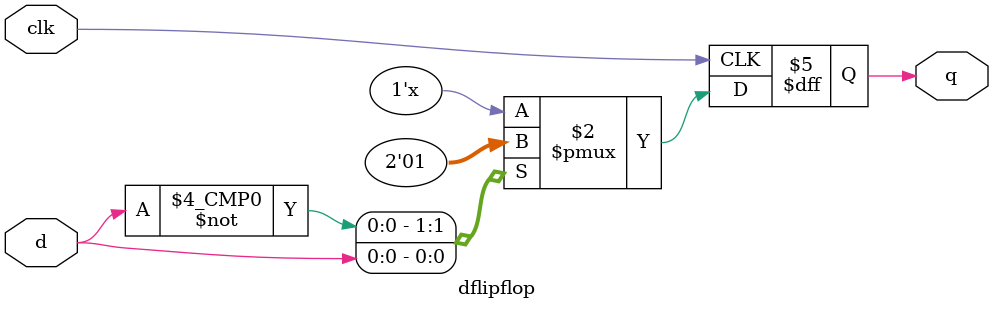
<source format=v>
module dflipflop(input d,clk,output reg q);

    always @(posedge clk)
    case(d)
        1'b0: q<=0;
        1'b1: q<=1;
    endcase

endmodule

</source>
